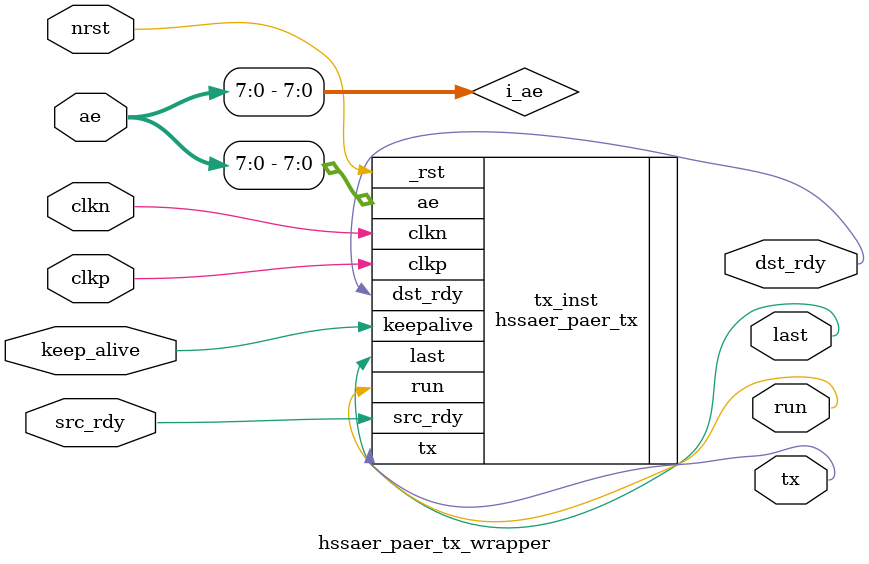
<source format=v>
`timescale 1ns / 1ps


module hssaer_paer_tx_wrapper
#(
    parameter dsize=8,
    parameter int_dsize=24
) 
(
    output                  tx, 
                            dst_rdy, 
                            run, 
                            last, 
    input  [int_dsize-1:0]  ae, 
    input                   src_rdy,
                            keep_alive, 
                            clkp, 
                            clkn, 
                            nrst
);

    wire [dsize-1:0] i_ae;

    assign i_ae = ae[dsize-1:0];
    
	hssaer_paer_tx
        #(
            .dsize(dsize)
        )
        tx_inst
        (
            .tx(tx), 
            .dst_rdy(dst_rdy), 
            .run(run), 
            .last(last), 
            .ae(i_ae[dsize-1:0]),
            .src_rdy(src_rdy),
            .keepalive(keep_alive), 
            .clkp(clkp), 
            .clkn(clkn), 
            ._rst(nrst)
        );

endmodule


</source>
